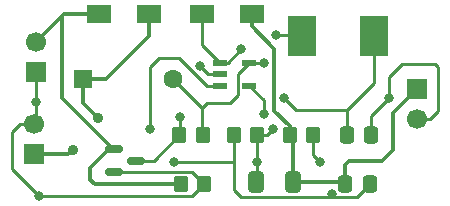
<source format=gtl>
%TF.GenerationSoftware,KiCad,Pcbnew,9.0.1*%
%TF.CreationDate,2025-05-18T00:30:22-05:00*%
%TF.ProjectId,Tiny_Solar_Supply,54696e79-5f53-46f6-9c61-725f53757070,rev?*%
%TF.SameCoordinates,Original*%
%TF.FileFunction,Copper,L1,Top*%
%TF.FilePolarity,Positive*%
%FSLAX46Y46*%
G04 Gerber Fmt 4.6, Leading zero omitted, Abs format (unit mm)*
G04 Created by KiCad (PCBNEW 9.0.1) date 2025-05-18 00:30:22*
%MOMM*%
%LPD*%
G01*
G04 APERTURE LIST*
G04 Aperture macros list*
%AMRoundRect*
0 Rectangle with rounded corners*
0 $1 Rounding radius*
0 $2 $3 $4 $5 $6 $7 $8 $9 X,Y pos of 4 corners*
0 Add a 4 corners polygon primitive as box body*
4,1,4,$2,$3,$4,$5,$6,$7,$8,$9,$2,$3,0*
0 Add four circle primitives for the rounded corners*
1,1,$1+$1,$2,$3*
1,1,$1+$1,$4,$5*
1,1,$1+$1,$6,$7*
1,1,$1+$1,$8,$9*
0 Add four rect primitives between the rounded corners*
20,1,$1+$1,$2,$3,$4,$5,0*
20,1,$1+$1,$4,$5,$6,$7,0*
20,1,$1+$1,$6,$7,$8,$9,0*
20,1,$1+$1,$8,$9,$2,$3,0*%
G04 Aperture macros list end*
%TA.AperFunction,ComponentPad*%
%ADD10RoundRect,0.250000X-0.550000X-0.550000X0.550000X-0.550000X0.550000X0.550000X-0.550000X0.550000X0*%
%TD*%
%TA.AperFunction,ComponentPad*%
%ADD11C,1.600000*%
%TD*%
%TA.AperFunction,ComponentPad*%
%ADD12R,1.700000X1.700000*%
%TD*%
%TA.AperFunction,ComponentPad*%
%ADD13C,1.700000*%
%TD*%
%TA.AperFunction,SMDPad,CuDef*%
%ADD14RoundRect,0.063750X-0.521250X-0.191250X0.521250X-0.191250X0.521250X0.191250X-0.521250X0.191250X0*%
%TD*%
%TA.AperFunction,SMDPad,CuDef*%
%ADD15RoundRect,0.250000X-0.350000X-0.450000X0.350000X-0.450000X0.350000X0.450000X-0.350000X0.450000X0*%
%TD*%
%TA.AperFunction,SMDPad,CuDef*%
%ADD16RoundRect,0.250000X0.350000X0.450000X-0.350000X0.450000X-0.350000X-0.450000X0.350000X-0.450000X0*%
%TD*%
%TA.AperFunction,SMDPad,CuDef*%
%ADD17RoundRect,0.150000X-0.587500X-0.150000X0.587500X-0.150000X0.587500X0.150000X-0.587500X0.150000X0*%
%TD*%
%TA.AperFunction,SMDPad,CuDef*%
%ADD18R,2.350000X3.500000*%
%TD*%
%TA.AperFunction,SMDPad,CuDef*%
%ADD19R,2.120000X1.500000*%
%TD*%
%TA.AperFunction,SMDPad,CuDef*%
%ADD20RoundRect,0.250000X-0.337500X-0.475000X0.337500X-0.475000X0.337500X0.475000X-0.337500X0.475000X0*%
%TD*%
%TA.AperFunction,SMDPad,CuDef*%
%ADD21RoundRect,0.250000X0.412500X0.650000X-0.412500X0.650000X-0.412500X-0.650000X0.412500X-0.650000X0*%
%TD*%
%TA.AperFunction,ViaPad*%
%ADD22C,0.800000*%
%TD*%
%TA.AperFunction,ViaPad*%
%ADD23C,0.900000*%
%TD*%
%TA.AperFunction,Conductor*%
%ADD24C,0.250000*%
%TD*%
%TA.AperFunction,Conductor*%
%ADD25C,0.350000*%
%TD*%
G04 APERTURE END LIST*
D10*
%TO.P,J3,1,Pin_1*%
%TO.N,/BAT_P*%
X151349570Y-53869831D03*
D11*
%TO.P,J3,2,Pin_2*%
%TO.N,Net-(J3-Pin_2)*%
X158969570Y-53869831D03*
%TD*%
D12*
%TO.P,J1,1,Pin_1*%
%TO.N,/OUT_P*%
X179635516Y-54786750D03*
D13*
%TO.P,J1,2,Pin_2*%
%TO.N,GNDD*%
X179635516Y-57326750D03*
%TD*%
D12*
%TO.P,J2,1,Pin_1*%
%TO.N,/BAT_P*%
X147225952Y-60289104D03*
D13*
%TO.P,J2,2,Pin_2*%
%TO.N,GNDD*%
X147225952Y-57749104D03*
%TD*%
D14*
%TO.P,U1,1,SW*%
%TO.N,Net-(U1-SW)*%
X162919376Y-52569355D03*
%TO.P,U1,2,GND*%
%TO.N,GNDD*%
X162919376Y-53519355D03*
%TO.P,U1,3,FB*%
%TO.N,Net-(U1-FB)*%
X162919376Y-54469355D03*
%TO.P,U1,4,~{SHDN}*%
%TO.N,Net-(Q1-D)*%
X165419376Y-54469355D03*
%TO.P,U1,5,VIN*%
%TO.N,Net-(J3-Pin_2)*%
X165419376Y-52569355D03*
%TD*%
D15*
%TO.P,R4,1*%
%TO.N,/SOLAR_P*%
X159593570Y-62822159D03*
%TO.P,R4,2*%
%TO.N,GNDD*%
X161593570Y-62822159D03*
%TD*%
D16*
%TO.P,R3,1*%
%TO.N,Net-(J3-Pin_2)*%
X161498563Y-58666023D03*
%TO.P,R3,2*%
%TO.N,Net-(Q1-D)*%
X159498563Y-58666023D03*
%TD*%
D15*
%TO.P,R2,1*%
%TO.N,Net-(U1-FB)*%
X164105876Y-58666023D03*
%TO.P,R2,2*%
%TO.N,GNDD*%
X166105876Y-58666023D03*
%TD*%
%TO.P,R1,1*%
%TO.N,/OUT_P*%
X168818987Y-58666023D03*
%TO.P,R1,2*%
%TO.N,Net-(U1-FB)*%
X170818987Y-58666023D03*
%TD*%
D17*
%TO.P,Q1,1,G*%
%TO.N,/SOLAR_P*%
X153926515Y-59869442D03*
%TO.P,Q1,2,S*%
%TO.N,GNDD*%
X153926515Y-61769442D03*
%TO.P,Q1,3,D*%
%TO.N,Net-(Q1-D)*%
X155801515Y-60819442D03*
%TD*%
D18*
%TO.P,L1,1*%
%TO.N,Net-(J3-Pin_2)*%
X175959954Y-50237420D03*
%TO.P,L1,2*%
%TO.N,Net-(U1-SW)*%
X169909954Y-50237420D03*
%TD*%
D12*
%TO.P,J4,1,Pin_1*%
%TO.N,GNDD*%
X147320000Y-53340000D03*
D13*
%TO.P,J4,2,Pin_2*%
%TO.N,/SOLAR_P*%
X147320000Y-50800000D03*
%TD*%
D19*
%TO.P,D2,C*%
%TO.N,/BAT_P*%
X156925558Y-48369994D03*
%TO.P,D2,A*%
%TO.N,/SOLAR_P*%
X152695558Y-48369994D03*
%TD*%
%TO.P,D1,C*%
%TO.N,/OUT_P*%
X165638224Y-48369994D03*
%TO.P,D1,A*%
%TO.N,Net-(U1-SW)*%
X161408224Y-48369994D03*
%TD*%
D20*
%TO.P,C3,1*%
%TO.N,/OUT_P*%
X173540179Y-62792159D03*
%TO.P,C3,2*%
%TO.N,Net-(U1-FB)*%
X175615179Y-62792159D03*
%TD*%
D21*
%TO.P,C2,1*%
%TO.N,/OUT_P*%
X169126213Y-62622159D03*
%TO.P,C2,2*%
%TO.N,GNDD*%
X166001213Y-62622159D03*
%TD*%
D20*
%TO.P,C1,1*%
%TO.N,Net-(J3-Pin_2)*%
X173675543Y-58666023D03*
%TO.P,C1,2*%
%TO.N,GNDD*%
X175750543Y-58666023D03*
%TD*%
D22*
%TO.N,GNDD*%
X161239200Y-52832000D03*
X167436800Y-58166000D03*
X177241200Y-55524400D03*
X147617359Y-63848159D03*
X147320000Y-55880000D03*
X166105876Y-60960000D03*
D23*
%TO.N,/BAT_P*%
X152603200Y-57200800D03*
X150469600Y-59893200D03*
D22*
%TO.N,Net-(U1-FB)*%
X159004000Y-60909200D03*
X157022800Y-58115200D03*
%TO.N,Net-(U1-SW)*%
X167690800Y-50190400D03*
X164744400Y-51409600D03*
%TO.N,Net-(J3-Pin_2)*%
X168351200Y-55524400D03*
X166624000Y-52578000D03*
%TO.N,Net-(Q1-D)*%
X159562800Y-57150000D03*
X166624000Y-56845200D03*
%TO.N,Net-(U1-FB)*%
X171399200Y-60909200D03*
X172424301Y-63620198D03*
%TD*%
D24*
%TO.N,Net-(J3-Pin_2)*%
X161854261Y-55930800D02*
X161442400Y-56342661D01*
X163779200Y-55930800D02*
X161854261Y-55930800D01*
X164465000Y-53523731D02*
X164465000Y-55245000D01*
X164465000Y-55245000D02*
X163779200Y-55930800D01*
X165419376Y-52569355D02*
X164465000Y-53523731D01*
D25*
%TO.N,/OUT_P*%
X177596800Y-56825466D02*
X179635516Y-54786750D01*
X177596800Y-59893200D02*
X177596800Y-56825466D01*
X173888400Y-60858400D02*
X176631600Y-60858400D01*
X173540179Y-61206621D02*
X173888400Y-60858400D01*
X173540179Y-62792159D02*
X173540179Y-61206621D01*
X176631600Y-60858400D02*
X177596800Y-59893200D01*
D24*
%TO.N,GNDD*%
X160540853Y-61769442D02*
X161593570Y-62822159D01*
X153926515Y-61769442D02*
X160540853Y-61769442D01*
X161926555Y-53519355D02*
X161239200Y-52832000D01*
X162919376Y-53519355D02*
X161926555Y-53519355D01*
X166936777Y-58666023D02*
X167436800Y-58166000D01*
X166105876Y-58666023D02*
X166936777Y-58666023D01*
X175750543Y-57015057D02*
X175750543Y-58666023D01*
X177241200Y-55524400D02*
X175750543Y-57015057D01*
X177241200Y-53746400D02*
X177241200Y-55524400D01*
X178358800Y-52628800D02*
X177241200Y-53746400D01*
X181102000Y-52628800D02*
X178358800Y-52628800D01*
X181406800Y-52933600D02*
X181102000Y-52628800D01*
X181406800Y-56591200D02*
X181406800Y-52933600D01*
X180671250Y-57326750D02*
X181406800Y-56591200D01*
X179635516Y-57326750D02*
X180671250Y-57326750D01*
X147320000Y-55880000D02*
X147320000Y-57655056D01*
X160567570Y-63848159D02*
X161593570Y-62822159D01*
X145338800Y-61569600D02*
X147617359Y-63848159D01*
X145958896Y-57749104D02*
X145338800Y-58369200D01*
X145338800Y-58369200D02*
X145338800Y-61569600D01*
X147617359Y-63848159D02*
X160567570Y-63848159D01*
X147225952Y-57749104D02*
X145958896Y-57749104D01*
X147320000Y-57655056D02*
X147225952Y-57749104D01*
X147320000Y-53340000D02*
X147320000Y-55880000D01*
X166105876Y-60960000D02*
X166105876Y-62517496D01*
X166105876Y-62517496D02*
X166001213Y-62622159D01*
X166105876Y-58666023D02*
X166105876Y-60960000D01*
D25*
%TO.N,/BAT_P*%
X151349570Y-55947170D02*
X151349570Y-53869831D01*
X152603200Y-57200800D02*
X151349570Y-55947170D01*
X150073696Y-60289104D02*
X150469600Y-59893200D01*
X147225952Y-60289104D02*
X150073696Y-60289104D01*
D24*
%TO.N,Net-(U1-FB)*%
X164055076Y-60909200D02*
X164105876Y-60960000D01*
X159004000Y-60909200D02*
X164055076Y-60909200D01*
X164105876Y-58666023D02*
X164105876Y-60960000D01*
X157022800Y-52882800D02*
X157022800Y-58115200D01*
X157734000Y-52171600D02*
X157022800Y-52882800D01*
X157784800Y-52120800D02*
X157734000Y-52171600D01*
X159461200Y-52120800D02*
X157784800Y-52120800D01*
X161809755Y-54469355D02*
X159461200Y-52120800D01*
X162919376Y-54469355D02*
X161809755Y-54469355D01*
%TO.N,Net-(U1-SW)*%
X169862934Y-50190400D02*
X169909954Y-50237420D01*
X167690800Y-50190400D02*
X169862934Y-50190400D01*
X162919376Y-52569355D02*
X163584645Y-52569355D01*
X163584645Y-52569355D02*
X164744400Y-51409600D01*
%TO.N,Net-(J3-Pin_2)*%
X169376857Y-56550057D02*
X173675543Y-56550057D01*
X168351200Y-55524400D02*
X169376857Y-56550057D01*
X166615355Y-52569355D02*
X166624000Y-52578000D01*
X165419376Y-52569355D02*
X166615355Y-52569355D01*
%TO.N,Net-(U1-FB)*%
X172698301Y-63894198D02*
X174513140Y-63894198D01*
X172424301Y-63620198D02*
X172698301Y-63894198D01*
%TO.N,Net-(Q1-D)*%
X159562800Y-58601786D02*
X159498563Y-58666023D01*
X159562800Y-57150000D02*
X159562800Y-58601786D01*
X166624000Y-55673979D02*
X166624000Y-56845200D01*
X165419376Y-54469355D02*
X166624000Y-55673979D01*
%TO.N,Net-(U1-FB)*%
X170818987Y-60328987D02*
X171399200Y-60909200D01*
X170818987Y-58666023D02*
X170818987Y-60328987D01*
X174513140Y-63894198D02*
X175615179Y-62792159D01*
X164693600Y-63894198D02*
X174513140Y-63894198D01*
X164105876Y-63306474D02*
X164693600Y-63894198D01*
X164105876Y-60960000D02*
X164105876Y-63306474D01*
D25*
%TO.N,/SOLAR_P*%
X151942800Y-62433200D02*
X151942800Y-61417200D01*
X151942800Y-61417200D02*
X153708537Y-59651463D01*
X153926515Y-59869442D02*
X153708537Y-59651463D01*
X152331759Y-62822159D02*
X151942800Y-62433200D01*
X159593570Y-62822159D02*
X152331759Y-62822159D01*
%TO.N,/OUT_P*%
X169126213Y-58973249D02*
X168818987Y-58666023D01*
X169126213Y-62622159D02*
X169126213Y-58973249D01*
X173370179Y-62622159D02*
X173540179Y-62792159D01*
X169126213Y-62622159D02*
X173370179Y-62622159D01*
D24*
%TO.N,Net-(J3-Pin_2)*%
X173675543Y-56550057D02*
X173675543Y-58666023D01*
X175959954Y-54265646D02*
X173675543Y-56550057D01*
X175959954Y-50237420D02*
X175959954Y-54265646D01*
D25*
%TO.N,/OUT_P*%
X167538400Y-56642000D02*
X168818987Y-57922587D01*
X167538400Y-51358800D02*
X167538400Y-56642000D01*
X165638224Y-49458624D02*
X167538400Y-51358800D01*
X165638224Y-48369994D02*
X165638224Y-49458624D01*
X168818987Y-57922587D02*
X168818987Y-58666023D01*
D24*
%TO.N,Net-(U1-SW)*%
X161408224Y-51058203D02*
X162919376Y-52569355D01*
X161408224Y-48369994D02*
X161408224Y-51058203D01*
%TO.N,Net-(J3-Pin_2)*%
X161442400Y-56342661D02*
X161442400Y-58609860D01*
X158969570Y-53869831D02*
X161442400Y-56342661D01*
X161442400Y-58609860D02*
X161498563Y-58666023D01*
%TO.N,Net-(Q1-D)*%
X159469177Y-58666023D02*
X157315758Y-60819442D01*
X157315758Y-60819442D02*
X155801515Y-60819442D01*
X159498563Y-58666023D02*
X159469177Y-58666023D01*
D25*
%TO.N,/SOLAR_P*%
X149555200Y-55498127D02*
X149555200Y-48564800D01*
X153708537Y-59651463D02*
X149555200Y-55498127D01*
X149555200Y-48564800D02*
X149750006Y-48369994D01*
%TO.N,/BAT_P*%
X153292569Y-53869831D02*
X151349570Y-53869831D01*
X156925558Y-48369994D02*
X156925558Y-50236842D01*
X156925558Y-50236842D02*
X153292569Y-53869831D01*
%TO.N,/SOLAR_P*%
X149750006Y-48369994D02*
X152695558Y-48369994D01*
X147320000Y-50800000D02*
X149750006Y-48369994D01*
%TD*%
M02*

</source>
